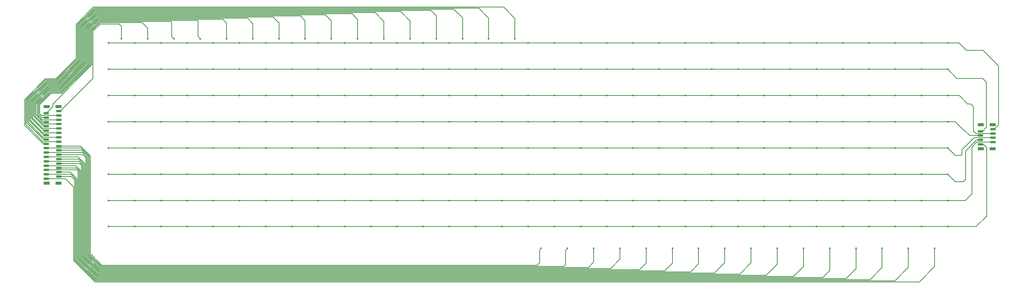
<source format=gbl>
G04 #@! TF.GenerationSoftware,KiCad,Pcbnew,6.0.8+dfsg-1~bpo11+1*
G04 #@! TF.CreationDate,2023-03-24T18:54:05-04:00*
G04 #@! TF.ProjectId,captouch_sensor_interleaved_loose,63617074-6f75-4636-985f-73656e736f72,rev?*
G04 #@! TF.SameCoordinates,Original*
G04 #@! TF.FileFunction,Copper,L2,Bot*
G04 #@! TF.FilePolarity,Positive*
%FSLAX46Y46*%
G04 Gerber Fmt 4.6, Leading zero omitted, Abs format (unit mm)*
G04 Created by KiCad (PCBNEW 6.0.8+dfsg-1~bpo11+1) date 2023-03-24 18:54:05*
%MOMM*%
%LPD*%
G01*
G04 APERTURE LIST*
G04 #@! TA.AperFunction,SMDPad,CuDef*
%ADD10R,1.200000X0.600000*%
G04 #@! TD*
G04 #@! TA.AperFunction,SMDPad,CuDef*
%ADD11R,1.400000X0.800000*%
G04 #@! TD*
G04 #@! TA.AperFunction,ViaPad*
%ADD12C,0.400000*%
G04 #@! TD*
G04 #@! TA.AperFunction,Conductor*
%ADD13C,0.127000*%
G04 #@! TD*
G04 APERTURE END LIST*
D10*
X52125000Y-72625000D03*
X49225000Y-73125000D03*
X52125000Y-73625000D03*
X49225000Y-74125000D03*
X52125000Y-74625000D03*
X49225000Y-75125000D03*
X52125000Y-75625000D03*
X49225000Y-76125000D03*
X52125000Y-76625000D03*
X49225000Y-77125000D03*
X52125000Y-77625000D03*
X49225000Y-78125000D03*
X52125000Y-78625000D03*
X49225000Y-79125000D03*
X52125000Y-79625000D03*
X49225000Y-80125000D03*
X52125000Y-80625000D03*
X49225000Y-81125000D03*
X52125000Y-81625000D03*
X49225000Y-82125000D03*
X52125000Y-82625000D03*
X49225000Y-83125000D03*
X52125000Y-83625000D03*
X49225000Y-84125000D03*
X52125000Y-84625000D03*
X49225000Y-85125000D03*
X52125000Y-85625000D03*
X49225000Y-86125000D03*
X52125000Y-86625000D03*
X49225000Y-87125000D03*
X52125000Y-87625000D03*
X49225000Y-88125000D03*
D11*
X52025000Y-71625000D03*
X49325000Y-71625000D03*
X52025000Y-89125000D03*
X49325000Y-89125000D03*
D10*
X265775000Y-76750000D03*
X262875000Y-77250000D03*
X265775000Y-77750000D03*
X262875000Y-78250000D03*
X265775000Y-78750000D03*
X262875000Y-79250000D03*
X265775000Y-79750000D03*
X262875000Y-80250000D03*
D11*
X265675000Y-75750000D03*
X262975000Y-75750000D03*
X265675000Y-81250000D03*
X262975000Y-81250000D03*
D12*
X237425000Y-57075000D03*
X255425000Y-57075000D03*
X165425000Y-57075000D03*
X63425000Y-57075000D03*
X249425000Y-57075000D03*
X183425000Y-57075000D03*
X177425000Y-57075000D03*
X189425000Y-57075000D03*
X201425000Y-57075000D03*
X123425000Y-57075000D03*
X207425000Y-57075000D03*
X153425000Y-57075000D03*
X135425000Y-57075000D03*
X99425000Y-57075000D03*
X81425000Y-57075000D03*
X225425000Y-57075000D03*
X75425000Y-57075000D03*
X141425000Y-57075000D03*
X105425000Y-57075000D03*
X111425000Y-57075000D03*
X171425000Y-57075000D03*
X93425000Y-57075000D03*
X129425000Y-57075000D03*
X231425000Y-57075000D03*
X117425000Y-57075000D03*
X87425000Y-57075000D03*
X219425000Y-57075000D03*
X69425000Y-57075000D03*
X195425000Y-57075000D03*
X213425000Y-57075000D03*
X243425000Y-57075000D03*
X159425000Y-57075000D03*
X147425000Y-57075000D03*
X81425000Y-63075000D03*
X159425000Y-63075000D03*
X237425000Y-63075000D03*
X231425000Y-63075000D03*
X255425000Y-63075000D03*
X123425000Y-63075000D03*
X177425000Y-63075000D03*
X105425000Y-63075000D03*
X147425000Y-63075000D03*
X243425000Y-63075000D03*
X93425000Y-63075000D03*
X135425000Y-63075000D03*
X141425000Y-63075000D03*
X63425000Y-63075000D03*
X117425000Y-63075000D03*
X219425000Y-63075000D03*
X249425000Y-63075000D03*
X225425000Y-63075000D03*
X165425000Y-63075000D03*
X213425000Y-63075000D03*
X171425000Y-63075000D03*
X189425000Y-63075000D03*
X87425000Y-63075000D03*
X207425000Y-63075000D03*
X75425000Y-63075000D03*
X129425000Y-63075000D03*
X201425000Y-63075000D03*
X99425000Y-63075000D03*
X111425000Y-63075000D03*
X153425000Y-63075000D03*
X183425000Y-63075000D03*
X69425000Y-63075000D03*
X195425000Y-63075000D03*
X165425000Y-69075000D03*
X255425000Y-69075000D03*
X93425000Y-69075000D03*
X135425000Y-69075000D03*
X243425000Y-69075000D03*
X237425000Y-69075000D03*
X207425000Y-69075000D03*
X69425000Y-69075000D03*
X123425000Y-69075000D03*
X81425000Y-69075000D03*
X219425000Y-69075000D03*
X177425000Y-69075000D03*
X195425000Y-69075000D03*
X153425000Y-69075000D03*
X231425000Y-69075000D03*
X213425000Y-69075000D03*
X87425000Y-69075000D03*
X249425000Y-69075000D03*
X129425000Y-69075000D03*
X111425000Y-69075000D03*
X225425000Y-69075000D03*
X147425000Y-69075000D03*
X63425000Y-69075000D03*
X183425000Y-69075000D03*
X117425000Y-69075000D03*
X75425000Y-69075000D03*
X189425000Y-69075000D03*
X159425000Y-69075000D03*
X141425000Y-69075000D03*
X105425000Y-69075000D03*
X201425000Y-69075000D03*
X171425000Y-69075000D03*
X99425000Y-69075000D03*
X105425000Y-75075000D03*
X195425000Y-75075000D03*
X93425000Y-75075000D03*
X231425000Y-75075000D03*
X63425000Y-75075000D03*
X255425000Y-75075000D03*
X111425000Y-75075000D03*
X75425000Y-75075000D03*
X147425000Y-75075000D03*
X171425000Y-75075000D03*
X99425000Y-75075000D03*
X213425000Y-75075000D03*
X201425000Y-75075000D03*
X177425000Y-75075000D03*
X249425000Y-75075000D03*
X135425000Y-75075000D03*
X219425000Y-75075000D03*
X123425000Y-75075000D03*
X159425000Y-75075000D03*
X165425000Y-75075000D03*
X183425000Y-75075000D03*
X87425000Y-75075000D03*
X153425000Y-75075000D03*
X189425000Y-75075000D03*
X129425000Y-75075000D03*
X243425000Y-75075000D03*
X117425000Y-75075000D03*
X69425000Y-75075000D03*
X237425000Y-75075000D03*
X81425000Y-75075000D03*
X225425000Y-75075000D03*
X207425000Y-75075000D03*
X141425000Y-75075000D03*
X225425000Y-81075000D03*
X243425000Y-81075000D03*
X81425000Y-81075000D03*
X249425000Y-81075000D03*
X123425000Y-81075000D03*
X117425000Y-81075000D03*
X87425000Y-81075000D03*
X129425000Y-81075000D03*
X159425000Y-81075000D03*
X219425000Y-81075000D03*
X207425000Y-81075000D03*
X141425000Y-81075000D03*
X111425000Y-81075000D03*
X237425000Y-81075000D03*
X213425000Y-81075000D03*
X153425000Y-81075000D03*
X195425000Y-81075000D03*
X171425000Y-81075000D03*
X189425000Y-81075000D03*
X69425000Y-81075000D03*
X135425000Y-81075000D03*
X93425000Y-81075000D03*
X147425000Y-81075000D03*
X165425000Y-81075000D03*
X99425000Y-81075000D03*
X105425000Y-81075000D03*
X183425000Y-81075000D03*
X255425000Y-81075000D03*
X63425000Y-81075000D03*
X75425000Y-81075000D03*
X177425000Y-81075000D03*
X201425000Y-81075000D03*
X231425000Y-81075000D03*
X117425000Y-87075000D03*
X255425000Y-87075000D03*
X243425000Y-87075000D03*
X69425000Y-87075000D03*
X165425000Y-87075000D03*
X147425000Y-87075000D03*
X237425000Y-87075000D03*
X105425000Y-87075000D03*
X123425000Y-87075000D03*
X207425000Y-87075000D03*
X87425000Y-87075000D03*
X225425000Y-87075000D03*
X63425000Y-87075000D03*
X111425000Y-87075000D03*
X159425000Y-87075000D03*
X93425000Y-87075000D03*
X213425000Y-87075000D03*
X141425000Y-87075000D03*
X231425000Y-87075000D03*
X75425000Y-87075000D03*
X81425000Y-87075000D03*
X219425000Y-87075000D03*
X201425000Y-87075000D03*
X135425000Y-87075000D03*
X129425000Y-87075000D03*
X189425000Y-87075000D03*
X177425000Y-87075000D03*
X153425000Y-87075000D03*
X195425000Y-87075000D03*
X249425000Y-87075000D03*
X183425000Y-87075000D03*
X171425000Y-87075000D03*
X99425000Y-87075000D03*
X213425000Y-93075000D03*
X231425000Y-93075000D03*
X147425000Y-93075000D03*
X237425000Y-93075000D03*
X195425000Y-93075000D03*
X201425000Y-93075000D03*
X99425000Y-93075000D03*
X129425000Y-93075000D03*
X141425000Y-93075000D03*
X183425000Y-93075000D03*
X243425000Y-93075000D03*
X87425000Y-93075000D03*
X63425000Y-93075000D03*
X207425000Y-93075000D03*
X75425000Y-93075000D03*
X69425000Y-93075000D03*
X105425000Y-93075000D03*
X153425000Y-93075000D03*
X135425000Y-93075000D03*
X225425000Y-93075000D03*
X117425000Y-93075000D03*
X123425000Y-93075000D03*
X93425000Y-93075000D03*
X111425000Y-93075000D03*
X165425000Y-93075000D03*
X171425000Y-93075000D03*
X81425000Y-93075000D03*
X219425000Y-93075000D03*
X159425000Y-93075000D03*
X189425000Y-93075000D03*
X255425000Y-93075000D03*
X249425000Y-93075000D03*
X177425000Y-93075000D03*
X81425000Y-99075000D03*
X225425000Y-99075000D03*
X201425000Y-99075000D03*
X207425000Y-99075000D03*
X153425000Y-99075000D03*
X87425000Y-99075000D03*
X183425000Y-99075000D03*
X63425000Y-99075000D03*
X189425000Y-99075000D03*
X123425000Y-99075000D03*
X69425000Y-99075000D03*
X75425000Y-99075000D03*
X147425000Y-99075000D03*
X141425000Y-99075000D03*
X111425000Y-99075000D03*
X165425000Y-99075000D03*
X237425000Y-99075000D03*
X219425000Y-99075000D03*
X93425000Y-99075000D03*
X129425000Y-99075000D03*
X213425000Y-99075000D03*
X171425000Y-99075000D03*
X105425000Y-99075000D03*
X195425000Y-99075000D03*
X255425000Y-99075000D03*
X135425000Y-99075000D03*
X231425000Y-99075000D03*
X243425000Y-99075000D03*
X249425000Y-99075000D03*
X99425000Y-99075000D03*
X159425000Y-99075000D03*
X117425000Y-99075000D03*
X177425000Y-99075000D03*
X66425000Y-56075000D03*
X72425000Y-56075000D03*
X78425000Y-56075000D03*
X84425000Y-56075000D03*
X90425000Y-56075000D03*
X96425000Y-56075000D03*
X102425000Y-56075000D03*
X108425000Y-56075000D03*
X114425000Y-56075000D03*
X120425000Y-56075000D03*
X126425000Y-56075000D03*
X132425000Y-56075000D03*
X138425000Y-56075000D03*
X144425000Y-56075000D03*
X150425000Y-56075000D03*
X156425000Y-56075000D03*
X162425000Y-104075000D03*
X168425000Y-104075000D03*
X174425000Y-104075000D03*
X180425000Y-104075000D03*
X186425000Y-104075000D03*
X192425000Y-104075000D03*
X198425000Y-104075000D03*
X204425000Y-104075000D03*
X210425000Y-104075000D03*
X216425000Y-104075000D03*
X222425000Y-104075000D03*
X228425000Y-104075000D03*
X234425000Y-104075000D03*
X240425000Y-104075000D03*
X246425000Y-104075000D03*
X252425000Y-104075000D03*
D13*
X263500000Y-58775000D02*
X259675000Y-58775000D01*
X257975000Y-57075000D02*
X259675000Y-58775000D01*
X255425000Y-57075000D02*
X257975000Y-57075000D01*
X266075000Y-76750000D02*
X267025000Y-75800000D01*
X267025000Y-62300000D02*
X263500000Y-58775000D01*
X63425000Y-57075000D02*
X255425000Y-57075000D01*
X265775000Y-76750000D02*
X266075000Y-76750000D01*
X267025000Y-75800000D02*
X267025000Y-62300000D01*
X263400000Y-65150000D02*
X264300000Y-66050000D01*
X264300000Y-66050000D02*
X264300000Y-76325000D01*
X264300000Y-76325000D02*
X263375000Y-77250000D01*
X255425000Y-63075000D02*
X257500000Y-65150000D01*
X257500000Y-65150000D02*
X263400000Y-65150000D01*
X63425000Y-63075000D02*
X255425000Y-63075000D01*
X263375000Y-77250000D02*
X262875000Y-77250000D01*
X265775000Y-77750000D02*
X261850000Y-77750000D01*
X261325000Y-71600000D02*
X260700000Y-70975000D01*
X258050000Y-69075000D02*
X259950000Y-70975000D01*
X261850000Y-77750000D02*
X261325000Y-77225000D01*
X63425000Y-69075000D02*
X255425000Y-69075000D01*
X261325000Y-77225000D02*
X261325000Y-71600000D01*
X260700000Y-70975000D02*
X259950000Y-70975000D01*
X255425000Y-69075000D02*
X258050000Y-69075000D01*
X257125000Y-75075000D02*
X258900000Y-76850000D01*
X262875000Y-78250000D02*
X260450000Y-78250000D01*
X63425000Y-75075000D02*
X255425000Y-75075000D01*
X260450000Y-78250000D02*
X259050000Y-76850000D01*
X255425000Y-75075000D02*
X257125000Y-75075000D01*
X259050000Y-76850000D02*
X258900000Y-76850000D01*
X261425000Y-78750000D02*
X265775000Y-78750000D01*
X258450000Y-82825000D02*
X258700000Y-82575000D01*
X63425000Y-81075000D02*
X255425000Y-81075000D01*
X255425000Y-81075000D02*
X257175000Y-82825000D01*
X257175000Y-82825000D02*
X258450000Y-82825000D01*
X258700000Y-81475000D02*
X261425000Y-78750000D01*
X258700000Y-82575000D02*
X258700000Y-81475000D01*
X255425000Y-87075000D02*
X257175000Y-88825000D01*
X259500000Y-81775000D02*
X262025000Y-79250000D01*
X259500000Y-88300000D02*
X259500000Y-81775000D01*
X258975000Y-88825000D02*
X259500000Y-88300000D01*
X262025000Y-79250000D02*
X262875000Y-79250000D01*
X63425000Y-87075000D02*
X255425000Y-87075000D01*
X257175000Y-88825000D02*
X258975000Y-88825000D01*
X262094000Y-79750000D02*
X260950000Y-80894000D01*
X255425000Y-93075000D02*
X259425000Y-93075000D01*
X265775000Y-79750000D02*
X262094000Y-79750000D01*
X259425000Y-93075000D02*
X260950000Y-91550000D01*
X260950000Y-80894000D02*
X260950000Y-91550000D01*
X63425000Y-93075000D02*
X255425000Y-93075000D01*
X263602000Y-80250000D02*
X264325000Y-80973000D01*
X255425000Y-99075000D02*
X261900000Y-99075000D01*
X63425000Y-99075000D02*
X255425000Y-99075000D01*
X261900000Y-99075000D02*
X264325000Y-96650000D01*
X262875000Y-80250000D02*
X263602000Y-80250000D01*
X264325000Y-80973000D02*
X264325000Y-96650000D01*
X59875000Y-65175000D02*
X59875000Y-54375000D01*
X66425000Y-56075000D02*
X66425000Y-53225000D01*
X59875000Y-54375000D02*
X61550000Y-52700000D01*
X66425000Y-53225000D02*
X65900000Y-52700000D01*
X61550000Y-52700000D02*
X65900000Y-52700000D01*
X52425000Y-72625000D02*
X59875000Y-65175000D01*
X52125000Y-72625000D02*
X52425000Y-72625000D01*
X61465790Y-52425000D02*
X71175000Y-52425000D01*
X50725000Y-70975000D02*
X59621000Y-62079000D01*
X50725000Y-71625000D02*
X50725000Y-70975000D01*
X59621000Y-54269790D02*
X61465790Y-52425000D01*
X49225000Y-73125000D02*
X50725000Y-71625000D01*
X59621000Y-62079000D02*
X59621000Y-54269790D01*
X72425000Y-53675000D02*
X72425000Y-56075000D01*
X71175000Y-52425000D02*
X72425000Y-53675000D01*
X52765790Y-68575000D02*
X59367000Y-61973790D01*
X77746000Y-52171000D02*
X77937500Y-52362500D01*
X77937500Y-55587500D02*
X78425000Y-56075000D01*
X59367000Y-61973790D02*
X59367000Y-54164580D01*
X48100000Y-73625000D02*
X47700000Y-73225000D01*
X59367000Y-54164580D02*
X61360580Y-52171000D01*
X77937500Y-52362500D02*
X77937500Y-55587500D01*
X52125000Y-73625000D02*
X48100000Y-73625000D01*
X50325000Y-68575000D02*
X52765790Y-68575000D01*
X47700000Y-73225000D02*
X47700000Y-71200000D01*
X47700000Y-71200000D02*
X50325000Y-68575000D01*
X61360580Y-52171000D02*
X77746000Y-52171000D01*
X52660580Y-68321000D02*
X59113000Y-61868580D01*
X59113000Y-54059370D02*
X61255370Y-51917000D01*
X61255370Y-51917000D02*
X83892000Y-51917000D01*
X59113000Y-61868580D02*
X59113000Y-54059370D01*
X83892000Y-51917000D02*
X83892000Y-55542000D01*
X48200000Y-74125000D02*
X47446000Y-73371000D01*
X50219790Y-68321000D02*
X52660580Y-68321000D01*
X47446000Y-73371000D02*
X47446000Y-71094790D01*
X47446000Y-71094790D02*
X50219790Y-68321000D01*
X83892000Y-55542000D02*
X84425000Y-56075000D01*
X49225000Y-74125000D02*
X48200000Y-74125000D01*
X61150160Y-51663000D02*
X89563000Y-51663000D01*
X90425000Y-52525000D02*
X90425000Y-56075000D01*
X47192000Y-70989580D02*
X50114580Y-68067000D01*
X58859000Y-61763370D02*
X58859000Y-53954160D01*
X58859000Y-53954160D02*
X61150160Y-51663000D01*
X47192000Y-73517000D02*
X47192000Y-70989580D01*
X48300000Y-74625000D02*
X47192000Y-73517000D01*
X89563000Y-51663000D02*
X90425000Y-52525000D01*
X52125000Y-74625000D02*
X48300000Y-74625000D01*
X52555370Y-68067000D02*
X58859000Y-61763370D01*
X50114580Y-68067000D02*
X52555370Y-68067000D01*
X58605000Y-53848950D02*
X58605000Y-61658160D01*
X46800000Y-73484210D02*
X48440790Y-75125000D01*
X58605000Y-61658160D02*
X52450160Y-67813000D01*
X48440790Y-75125000D02*
X49225000Y-75125000D01*
X95234000Y-51409000D02*
X61044950Y-51409000D01*
X46800000Y-71022370D02*
X46800000Y-73484210D01*
X50009370Y-67813000D02*
X46800000Y-71022370D01*
X52450160Y-67813000D02*
X50009370Y-67813000D01*
X61044950Y-51409000D02*
X58605000Y-53848950D01*
X96425000Y-56075000D02*
X96425000Y-52600000D01*
X96425000Y-52600000D02*
X95234000Y-51409000D01*
X58351000Y-61552950D02*
X52344950Y-67559000D01*
X101080000Y-51155000D02*
X60939740Y-51155000D01*
X49904160Y-67559000D02*
X46546000Y-70917160D01*
X102425000Y-52500000D02*
X101080000Y-51155000D01*
X46546000Y-73727000D02*
X48444000Y-75625000D01*
X102425000Y-56075000D02*
X102425000Y-52500000D01*
X46546000Y-70917160D02*
X46546000Y-73727000D01*
X52344950Y-67559000D02*
X49904160Y-67559000D01*
X48444000Y-75625000D02*
X52125000Y-75625000D01*
X58351000Y-53743740D02*
X58351000Y-61552950D01*
X60939740Y-51155000D02*
X58351000Y-53743740D01*
X46292000Y-73832210D02*
X48584790Y-76125000D01*
X58097000Y-61447740D02*
X52239740Y-67305000D01*
X58097000Y-53638530D02*
X58097000Y-61447740D01*
X52239740Y-67305000D02*
X49798950Y-67305000D01*
X60834530Y-50901000D02*
X58097000Y-53638530D01*
X46292000Y-70811950D02*
X46292000Y-73832210D01*
X107401000Y-50901000D02*
X60834530Y-50901000D01*
X108425000Y-56075000D02*
X108425000Y-51925000D01*
X108425000Y-51925000D02*
X107401000Y-50901000D01*
X48584790Y-76125000D02*
X49225000Y-76125000D01*
X49798950Y-67305000D02*
X46292000Y-70811950D01*
X46038000Y-70706740D02*
X46038000Y-74219000D01*
X46038000Y-74219000D02*
X48444000Y-76625000D01*
X60729320Y-50647000D02*
X57843000Y-53533320D01*
X49693740Y-67051000D02*
X46038000Y-70706740D01*
X113072000Y-50647000D02*
X60729320Y-50647000D01*
X57843000Y-53533320D02*
X57843000Y-61342530D01*
X48444000Y-76625000D02*
X52125000Y-76625000D01*
X52134530Y-67051000D02*
X49693740Y-67051000D01*
X57843000Y-61342530D02*
X52134530Y-67051000D01*
X114425000Y-56075000D02*
X114425000Y-52000000D01*
X114425000Y-52000000D02*
X113072000Y-50647000D01*
X120425000Y-51650000D02*
X119168000Y-50393000D01*
X48584790Y-77125000D02*
X49225000Y-77125000D01*
X120425000Y-56075000D02*
X120425000Y-51650000D01*
X49588530Y-66797000D02*
X45784000Y-70601530D01*
X57589000Y-61237320D02*
X52029320Y-66797000D01*
X60624110Y-50393000D02*
X57589000Y-53428110D01*
X119168000Y-50393000D02*
X60624110Y-50393000D01*
X45784000Y-74324210D02*
X48584790Y-77125000D01*
X45784000Y-70601530D02*
X45784000Y-74324210D01*
X52029320Y-66797000D02*
X49588530Y-66797000D01*
X57589000Y-53428110D02*
X57589000Y-61237320D01*
X51924110Y-66543000D02*
X49483320Y-66543000D01*
X60518900Y-50139000D02*
X57335000Y-53322900D01*
X124464000Y-50139000D02*
X60518900Y-50139000D01*
X57335000Y-53322900D02*
X57335000Y-61132110D01*
X126425000Y-56075000D02*
X126425000Y-52100000D01*
X45530000Y-74711000D02*
X48444000Y-77625000D01*
X48444000Y-77625000D02*
X52125000Y-77625000D01*
X57335000Y-61132110D02*
X51924110Y-66543000D01*
X49483320Y-66543000D02*
X45530000Y-70496320D01*
X126425000Y-52100000D02*
X124464000Y-50139000D01*
X45530000Y-70496320D02*
X45530000Y-74711000D01*
X132425000Y-56075000D02*
X132425000Y-52025000D01*
X48584790Y-78125000D02*
X49225000Y-78125000D01*
X130285000Y-49885000D02*
X60413690Y-49885000D01*
X51818900Y-66289000D02*
X49378110Y-66289000D01*
X57081000Y-53217690D02*
X57081000Y-61026900D01*
X45276000Y-70391110D02*
X45276000Y-74816210D01*
X57081000Y-61026900D02*
X51818900Y-66289000D01*
X45276000Y-74816210D02*
X48584790Y-78125000D01*
X132425000Y-52025000D02*
X130285000Y-49885000D01*
X49378110Y-66289000D02*
X45276000Y-70391110D01*
X60413690Y-49885000D02*
X57081000Y-53217690D01*
X137206000Y-49631000D02*
X60308480Y-49631000D01*
X45022000Y-70285900D02*
X45022000Y-75203000D01*
X51713690Y-66035000D02*
X49272900Y-66035000D01*
X48444000Y-78625000D02*
X52125000Y-78625000D01*
X60308480Y-49631000D02*
X56827000Y-53112480D01*
X56827000Y-60921690D02*
X51713690Y-66035000D01*
X56827000Y-53112480D02*
X56827000Y-60921690D01*
X138425000Y-50850000D02*
X137206000Y-49631000D01*
X49272900Y-66035000D02*
X45022000Y-70285900D01*
X138425000Y-56075000D02*
X138425000Y-50850000D01*
X45022000Y-75203000D02*
X48444000Y-78625000D01*
X144425000Y-51250000D02*
X143537500Y-50362500D01*
X44768000Y-75308210D02*
X44768000Y-70180690D01*
X143537500Y-50362500D02*
X143437500Y-50362500D01*
X56573000Y-53007270D02*
X60203270Y-49377000D01*
X48584790Y-79125000D02*
X44768000Y-75308210D01*
X60203270Y-49377000D02*
X142452000Y-49377000D01*
X44768000Y-70180690D02*
X49167690Y-65781000D01*
X51608480Y-65781000D02*
X56573000Y-60816480D01*
X144425000Y-56075000D02*
X144425000Y-51250000D01*
X49225000Y-79125000D02*
X48584790Y-79125000D01*
X56573000Y-60816480D02*
X56573000Y-53007270D01*
X49167690Y-65781000D02*
X51608480Y-65781000D01*
X142452000Y-49377000D02*
X143437500Y-50362500D01*
X148173000Y-49123000D02*
X60098060Y-49123000D01*
X44514000Y-70075480D02*
X44514000Y-75695000D01*
X56319000Y-52902060D02*
X56319000Y-60711270D01*
X150425000Y-56075000D02*
X150425000Y-51375000D01*
X150425000Y-51375000D02*
X148173000Y-49123000D01*
X60098060Y-49123000D02*
X56319000Y-52902060D01*
X49062480Y-65527000D02*
X44514000Y-70075480D01*
X48444000Y-79625000D02*
X52125000Y-79625000D01*
X56319000Y-60711270D02*
X51503270Y-65527000D01*
X44514000Y-75695000D02*
X48444000Y-79625000D01*
X51503270Y-65527000D02*
X49062480Y-65527000D01*
X56065000Y-52796850D02*
X56065000Y-60606060D01*
X48498000Y-80125000D02*
X49225000Y-80125000D01*
X48957270Y-65273000D02*
X44260000Y-69970270D01*
X44260000Y-75887000D02*
X48498000Y-80125000D01*
X51398060Y-65273000D02*
X48957270Y-65273000D01*
X56065000Y-60606060D02*
X51398060Y-65273000D01*
X153819000Y-48869000D02*
X59992850Y-48869000D01*
X59992850Y-48869000D02*
X56065000Y-52796850D01*
X44260000Y-69970270D02*
X44260000Y-75887000D01*
X156425000Y-51475000D02*
X153819000Y-48869000D01*
X156425000Y-56075000D02*
X156425000Y-51475000D01*
X59275000Y-105250000D02*
X61925000Y-107900000D01*
X162050000Y-104450000D02*
X162425000Y-104075000D01*
X61925000Y-107900000D02*
X161475000Y-107900000D01*
X59275000Y-82850000D02*
X59275000Y-105250000D01*
X57050000Y-80625000D02*
X59275000Y-82850000D01*
X162050000Y-107325000D02*
X162050000Y-104450000D01*
X52125000Y-80625000D02*
X57050000Y-80625000D01*
X161475000Y-107900000D02*
X162050000Y-107325000D01*
X59021000Y-105355210D02*
X61819790Y-108154000D01*
X61819790Y-108154000D02*
X167546000Y-108154000D01*
X167975000Y-104525000D02*
X168425000Y-104075000D01*
X167546000Y-108154000D02*
X167975000Y-107725000D01*
X59021000Y-82955210D02*
X59021000Y-105355210D01*
X167975000Y-107725000D02*
X167975000Y-104525000D01*
X57190790Y-81125000D02*
X59021000Y-82955210D01*
X49225000Y-81125000D02*
X57190790Y-81125000D01*
X58767000Y-105460420D02*
X58767000Y-83060420D01*
X61714580Y-108408000D02*
X58767000Y-105460420D01*
X173217000Y-108408000D02*
X61714580Y-108408000D01*
X57331580Y-81625000D02*
X52125000Y-81625000D01*
X174425000Y-104075000D02*
X174425000Y-107200000D01*
X174425000Y-107200000D02*
X173217000Y-108408000D01*
X58767000Y-83060420D02*
X57331580Y-81625000D01*
X180425000Y-106525000D02*
X178288000Y-108662000D01*
X61609370Y-108662000D02*
X58513000Y-105565630D01*
X58513000Y-105565630D02*
X58513000Y-83165630D01*
X57472370Y-82125000D02*
X49225000Y-82125000D01*
X180425000Y-104075000D02*
X180425000Y-106525000D01*
X58513000Y-83165630D02*
X57472370Y-82125000D01*
X178288000Y-108662000D02*
X61609370Y-108662000D01*
X186425000Y-107425000D02*
X184934000Y-108916000D01*
X58259000Y-83270840D02*
X57613160Y-82625000D01*
X61504160Y-108916000D02*
X58259000Y-105670840D01*
X57613160Y-82625000D02*
X52125000Y-82625000D01*
X184934000Y-108916000D02*
X61504160Y-108916000D01*
X58259000Y-105670840D02*
X58259000Y-83270840D01*
X186425000Y-104075000D02*
X186425000Y-107425000D01*
X61398950Y-109170000D02*
X58005000Y-105776050D01*
X192425000Y-107450000D02*
X190705000Y-109170000D01*
X56475000Y-83125000D02*
X49225000Y-83125000D01*
X192425000Y-104075000D02*
X192425000Y-107450000D01*
X58005000Y-105776050D02*
X58005000Y-84655000D01*
X58005000Y-84655000D02*
X56475000Y-83125000D01*
X190705000Y-109170000D02*
X61398950Y-109170000D01*
X198425000Y-104075000D02*
X198425000Y-107625000D01*
X196626000Y-109424000D02*
X61293740Y-109424000D01*
X56615790Y-83625000D02*
X52125000Y-83625000D01*
X198425000Y-107625000D02*
X196626000Y-109424000D01*
X57751000Y-84760210D02*
X56615790Y-83625000D01*
X57751000Y-105881260D02*
X57751000Y-84760210D01*
X61293740Y-109424000D02*
X57751000Y-105881260D01*
X61188530Y-109678000D02*
X57497000Y-105986470D01*
X57497000Y-105986470D02*
X57497000Y-84865420D01*
X202072000Y-109678000D02*
X61188530Y-109678000D01*
X204425000Y-107325000D02*
X202072000Y-109678000D01*
X57497000Y-84865420D02*
X56756580Y-84125000D01*
X56756580Y-84125000D02*
X49225000Y-84125000D01*
X204425000Y-104075000D02*
X204425000Y-107325000D01*
X57243000Y-84970630D02*
X56897370Y-84625000D01*
X207843000Y-109932000D02*
X61083320Y-109932000D01*
X210425000Y-107350000D02*
X207843000Y-109932000D01*
X61083320Y-109932000D02*
X57243000Y-106091680D01*
X56897370Y-84625000D02*
X52125000Y-84625000D01*
X57243000Y-106091680D02*
X57243000Y-84970630D01*
X210425000Y-104075000D02*
X210425000Y-107350000D01*
X216425000Y-107650000D02*
X213889000Y-110186000D01*
X213889000Y-110186000D02*
X60978110Y-110186000D01*
X56989000Y-106196890D02*
X56989000Y-86139000D01*
X56989000Y-86139000D02*
X55975000Y-85125000D01*
X55975000Y-85125000D02*
X49225000Y-85125000D01*
X60978110Y-110186000D02*
X56989000Y-106196890D01*
X216425000Y-104075000D02*
X216425000Y-107650000D01*
X222425000Y-104075000D02*
X222425000Y-108200000D01*
X56735000Y-86244210D02*
X56115790Y-85625000D01*
X56115790Y-85625000D02*
X52125000Y-85625000D01*
X220185000Y-110440000D02*
X60872900Y-110440000D01*
X222425000Y-108200000D02*
X220185000Y-110440000D01*
X56735000Y-106302100D02*
X56735000Y-86244210D01*
X60872900Y-110440000D02*
X56735000Y-106302100D01*
X56481000Y-86349420D02*
X56256580Y-86125000D01*
X56481000Y-106407310D02*
X56481000Y-86349420D01*
X56256580Y-86125000D02*
X49225000Y-86125000D01*
X228425000Y-104075000D02*
X228425000Y-109100000D01*
X60767690Y-110694000D02*
X56481000Y-106407310D01*
X228425000Y-109100000D02*
X226831000Y-110694000D01*
X226831000Y-110694000D02*
X60767690Y-110694000D01*
X234425000Y-108700000D02*
X232177000Y-110948000D01*
X60662480Y-110948000D02*
X56227000Y-106512520D01*
X232177000Y-110948000D02*
X60662480Y-110948000D01*
X54700000Y-86625000D02*
X52125000Y-86625000D01*
X56227000Y-106512520D02*
X56227000Y-88152000D01*
X234425000Y-104075000D02*
X234425000Y-108700000D01*
X56227000Y-88152000D02*
X54700000Y-86625000D01*
X240425000Y-108450000D02*
X237673000Y-111202000D01*
X240425000Y-104075000D02*
X240425000Y-108450000D01*
X55973000Y-88257210D02*
X54840790Y-87125000D01*
X237673000Y-111202000D02*
X60557270Y-111202000D01*
X60557270Y-111202000D02*
X55973000Y-106617730D01*
X54840790Y-87125000D02*
X49225000Y-87125000D01*
X55973000Y-106617730D02*
X55973000Y-88257210D01*
X246425000Y-104075000D02*
X246425000Y-108375000D01*
X55719000Y-106722940D02*
X55719000Y-88362420D01*
X246425000Y-108375000D02*
X243344000Y-111456000D01*
X55719000Y-88362420D02*
X54981580Y-87625000D01*
X243344000Y-111456000D02*
X60452060Y-111456000D01*
X54981580Y-87625000D02*
X52125000Y-87625000D01*
X60452060Y-111456000D02*
X55719000Y-106722940D01*
X55465000Y-106828150D02*
X55465000Y-89990000D01*
X55465000Y-89990000D02*
X53600000Y-88125000D01*
X60346850Y-111710000D02*
X55465000Y-106828150D01*
X252425000Y-108225000D02*
X248940000Y-111710000D01*
X252425000Y-104075000D02*
X252425000Y-108225000D01*
X53600000Y-88125000D02*
X49225000Y-88125000D01*
X248940000Y-111710000D02*
X60346850Y-111710000D01*
M02*

</source>
